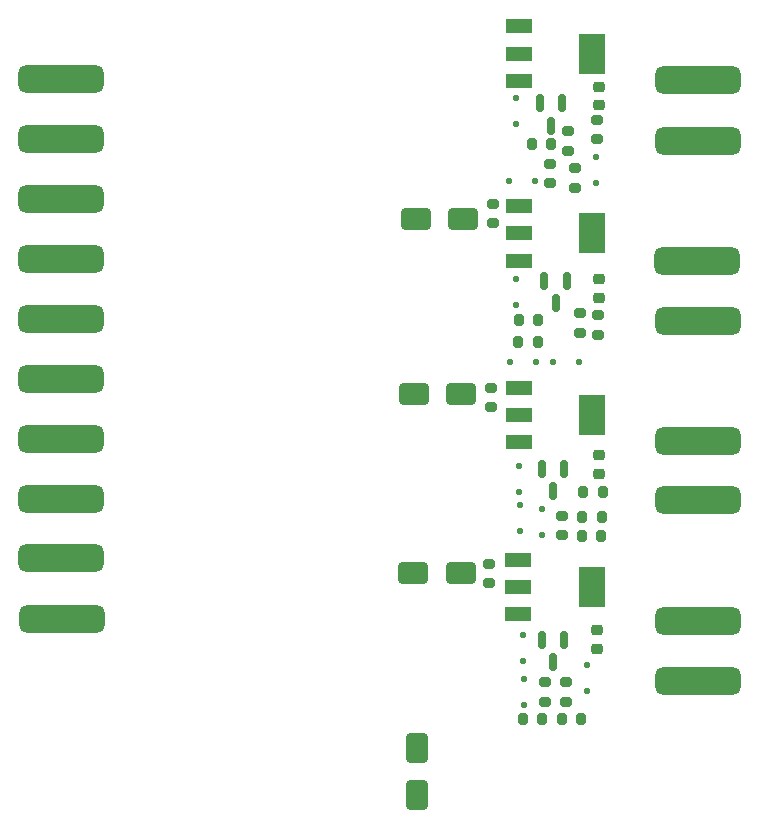
<source format=gbr>
%TF.GenerationSoftware,KiCad,Pcbnew,7.0.11*%
%TF.CreationDate,2024-11-09T10:58:47-05:00*%
%TF.ProjectId,14.1.4 - PMOS - PLC Connector Combined,31342e31-2e34-4202-9d20-504d4f53202d,rev?*%
%TF.SameCoordinates,Original*%
%TF.FileFunction,Paste,Top*%
%TF.FilePolarity,Positive*%
%FSLAX46Y46*%
G04 Gerber Fmt 4.6, Leading zero omitted, Abs format (unit mm)*
G04 Created by KiCad (PCBNEW 7.0.11) date 2024-11-09 10:58:47*
%MOMM*%
%LPD*%
G01*
G04 APERTURE LIST*
G04 Aperture macros list*
%AMRoundRect*
0 Rectangle with rounded corners*
0 $1 Rounding radius*
0 $2 $3 $4 $5 $6 $7 $8 $9 X,Y pos of 4 corners*
0 Add a 4 corners polygon primitive as box body*
4,1,4,$2,$3,$4,$5,$6,$7,$8,$9,$2,$3,0*
0 Add four circle primitives for the rounded corners*
1,1,$1+$1,$2,$3*
1,1,$1+$1,$4,$5*
1,1,$1+$1,$6,$7*
1,1,$1+$1,$8,$9*
0 Add four rect primitives between the rounded corners*
20,1,$1+$1,$2,$3,$4,$5,0*
20,1,$1+$1,$4,$5,$6,$7,0*
20,1,$1+$1,$6,$7,$8,$9,0*
20,1,$1+$1,$8,$9,$2,$3,0*%
G04 Aperture macros list end*
%ADD10RoundRect,0.200000X-0.275000X0.200000X-0.275000X-0.200000X0.275000X-0.200000X0.275000X0.200000X0*%
%ADD11RoundRect,0.125000X0.125000X-0.125000X0.125000X0.125000X-0.125000X0.125000X-0.125000X-0.125000X0*%
%ADD12RoundRect,0.572500X-3.045750X-0.572500X3.045750X-0.572500X3.045750X0.572500X-3.045750X0.572500X0*%
%ADD13RoundRect,0.200000X0.275000X-0.200000X0.275000X0.200000X-0.275000X0.200000X-0.275000X-0.200000X0*%
%ADD14RoundRect,0.218750X0.256250X-0.218750X0.256250X0.218750X-0.256250X0.218750X-0.256250X-0.218750X0*%
%ADD15RoundRect,0.125000X-0.125000X0.125000X-0.125000X-0.125000X0.125000X-0.125000X0.125000X0.125000X0*%
%ADD16R,2.200000X1.200000*%
%ADD17R,2.200000X3.500000*%
%ADD18RoundRect,0.200000X0.200000X0.275000X-0.200000X0.275000X-0.200000X-0.275000X0.200000X-0.275000X0*%
%ADD19RoundRect,0.250000X-0.650000X1.000000X-0.650000X-1.000000X0.650000X-1.000000X0.650000X1.000000X0*%
%ADD20RoundRect,0.150000X-0.150000X0.587500X-0.150000X-0.587500X0.150000X-0.587500X0.150000X0.587500X0*%
%ADD21RoundRect,0.200000X-0.200000X-0.275000X0.200000X-0.275000X0.200000X0.275000X-0.200000X0.275000X0*%
%ADD22RoundRect,0.250000X-1.000000X-0.650000X1.000000X-0.650000X1.000000X0.650000X-1.000000X0.650000X0*%
%ADD23RoundRect,0.125000X-0.125000X-0.125000X0.125000X-0.125000X0.125000X0.125000X-0.125000X0.125000X0*%
%ADD24RoundRect,0.125000X0.125000X0.125000X-0.125000X0.125000X-0.125000X-0.125000X0.125000X-0.125000X0*%
G04 APERTURE END LIST*
D10*
%TO.C,R3*%
X110880000Y-82750000D03*
X110880000Y-84400000D03*
%TD*%
%TO.C,R7*%
X110530000Y-113230000D03*
X110530000Y-114880000D03*
%TD*%
D11*
%TO.C,D13*%
X118840000Y-123980000D03*
X118840000Y-121780000D03*
%TD*%
D12*
%TO.C,J302*%
X128210000Y-118050000D03*
%TD*%
D13*
%TO.C,R17*%
X119660000Y-77310000D03*
X119660000Y-75660000D03*
%TD*%
D14*
%TO.C,D3*%
X119690000Y-120455000D03*
X119690000Y-118880000D03*
%TD*%
D12*
%TO.C,J310*%
X128240000Y-72320000D03*
%TD*%
D15*
%TO.C,D7*%
X115040000Y-108642500D03*
X115040000Y-110842500D03*
%TD*%
D16*
%TO.C,U1*%
X113070000Y-67750000D03*
X113070000Y-70050000D03*
X113070000Y-72350000D03*
D17*
X119270000Y-70050000D03*
%TD*%
D13*
%TO.C,R5*%
X116700000Y-110840000D03*
X116700000Y-109190000D03*
%TD*%
D15*
%TO.C,D14*%
X113190000Y-108302500D03*
X113190000Y-110502500D03*
%TD*%
D18*
%TO.C,R21*%
X114685000Y-92570000D03*
X113035000Y-92570000D03*
%TD*%
%TO.C,R14*%
X120030000Y-110880000D03*
X118380000Y-110880000D03*
%TD*%
D12*
%TO.C,J210*%
X74278250Y-72187224D03*
%TD*%
D16*
%TO.C,U3*%
X113030000Y-98330000D03*
X113030000Y-100630000D03*
X113030000Y-102930000D03*
D17*
X119230000Y-100630000D03*
%TD*%
D15*
%TO.C,D11*%
X113110000Y-104942500D03*
X113110000Y-107142500D03*
%TD*%
D14*
%TO.C,D1*%
X119820000Y-74437500D03*
X119820000Y-72862500D03*
%TD*%
D12*
%TO.C,J209*%
X74278250Y-77245000D03*
%TD*%
D10*
%TO.C,R6*%
X110680000Y-98335000D03*
X110680000Y-99985000D03*
%TD*%
D19*
%TO.C,D303*%
X104400000Y-128862500D03*
X104400000Y-132862500D03*
%TD*%
D20*
%TO.C,Q1*%
X116880000Y-119700000D03*
X114980000Y-119700000D03*
X115930000Y-121575000D03*
%TD*%
D21*
%TO.C,R18*%
X118415000Y-109310000D03*
X120065000Y-109310000D03*
%TD*%
D12*
%TO.C,J314*%
X128230000Y-102820000D03*
%TD*%
%TO.C,J311*%
X128260000Y-92650000D03*
%TD*%
D16*
%TO.C,U4*%
X113020000Y-112910000D03*
X113020000Y-115210000D03*
X113020000Y-117510000D03*
D17*
X119220000Y-115210000D03*
%TD*%
D12*
%TO.C,J206*%
X74308250Y-92488334D03*
%TD*%
D11*
%TO.C,D6*%
X112830000Y-91357500D03*
X112830000Y-89157500D03*
%TD*%
D12*
%TO.C,J306*%
X128180000Y-87590000D03*
%TD*%
%TO.C,J307*%
X128230000Y-123140000D03*
%TD*%
D22*
%TO.C,D302*%
X104120000Y-113990000D03*
X108120000Y-113990000D03*
%TD*%
D21*
%TO.C,R12*%
X118520000Y-107180000D03*
X120170000Y-107180000D03*
%TD*%
D23*
%TO.C,D15*%
X112350000Y-96140000D03*
X114550000Y-96140000D03*
%TD*%
D12*
%TO.C,J202*%
X74298250Y-112799446D03*
%TD*%
%TO.C,J309*%
X128230000Y-77420000D03*
%TD*%
D20*
%TO.C,Q2*%
X116900000Y-105240000D03*
X115000000Y-105240000D03*
X115950000Y-107115000D03*
%TD*%
D11*
%TO.C,D5*%
X112800000Y-76017500D03*
X112800000Y-73817500D03*
%TD*%
D16*
%TO.C,U2*%
X113090000Y-82980000D03*
X113090000Y-85280000D03*
X113090000Y-87580000D03*
D17*
X119290000Y-85280000D03*
%TD*%
D13*
%TO.C,R10*%
X119780000Y-93860000D03*
X119780000Y-92210000D03*
%TD*%
D12*
%TO.C,J203*%
X74308250Y-107721668D03*
%TD*%
D11*
%TO.C,D12*%
X113460000Y-125200000D03*
X113460000Y-123000000D03*
%TD*%
D21*
%TO.C,R20*%
X113020000Y-94460000D03*
X114670000Y-94460000D03*
%TD*%
%TO.C,R4*%
X114135000Y-77680000D03*
X115785000Y-77680000D03*
%TD*%
D12*
%TO.C,J315*%
X128210000Y-107880000D03*
%TD*%
%TO.C,J208*%
X74298250Y-82342778D03*
%TD*%
D22*
%TO.C,D301*%
X104160000Y-98860000D03*
X108160000Y-98860000D03*
%TD*%
D20*
%TO.C,Q3*%
X117120000Y-89315000D03*
X115220000Y-89315000D03*
X116170000Y-91190000D03*
%TD*%
D12*
%TO.C,J201*%
X74370000Y-117920000D03*
%TD*%
D18*
%TO.C,R8*%
X115040000Y-126430000D03*
X113390000Y-126430000D03*
%TD*%
D21*
%TO.C,R11*%
X116690000Y-126380000D03*
X118340000Y-126380000D03*
%TD*%
D24*
%TO.C,D10*%
X118160000Y-96160000D03*
X115960000Y-96160000D03*
%TD*%
D13*
%TO.C,R9*%
X117850000Y-81405000D03*
X117850000Y-79755000D03*
%TD*%
D14*
%TO.C,D4*%
X119820000Y-105625000D03*
X119820000Y-104050000D03*
%TD*%
D23*
%TO.C,D16*%
X112230000Y-80860000D03*
X114430000Y-80860000D03*
%TD*%
D13*
%TO.C,R19*%
X115260000Y-124935000D03*
X115260000Y-123285000D03*
%TD*%
D10*
%TO.C,R15*%
X118220000Y-92030000D03*
X118220000Y-93680000D03*
%TD*%
D22*
%TO.C,D309*%
X104360000Y-84070000D03*
X108360000Y-84070000D03*
%TD*%
D20*
%TO.C,Q4*%
X116710000Y-74272500D03*
X114810000Y-74272500D03*
X115760000Y-76147500D03*
%TD*%
D12*
%TO.C,J204*%
X74298250Y-102653890D03*
%TD*%
%TO.C,J207*%
X74308250Y-87400556D03*
%TD*%
%TO.C,J205*%
X74280000Y-97590000D03*
%TD*%
D11*
%TO.C,D8*%
X113450000Y-121457500D03*
X113450000Y-119257500D03*
%TD*%
D14*
%TO.C,D2*%
X119820000Y-90710000D03*
X119820000Y-89135000D03*
%TD*%
D10*
%TO.C,R13*%
X117040000Y-123265000D03*
X117040000Y-124915000D03*
%TD*%
D13*
%TO.C,R1*%
X115700000Y-81025000D03*
X115700000Y-79375000D03*
%TD*%
D11*
%TO.C,D9*%
X119590000Y-81010000D03*
X119590000Y-78810000D03*
%TD*%
D13*
%TO.C,R2*%
X117260000Y-78270000D03*
X117260000Y-76620000D03*
%TD*%
M02*

</source>
